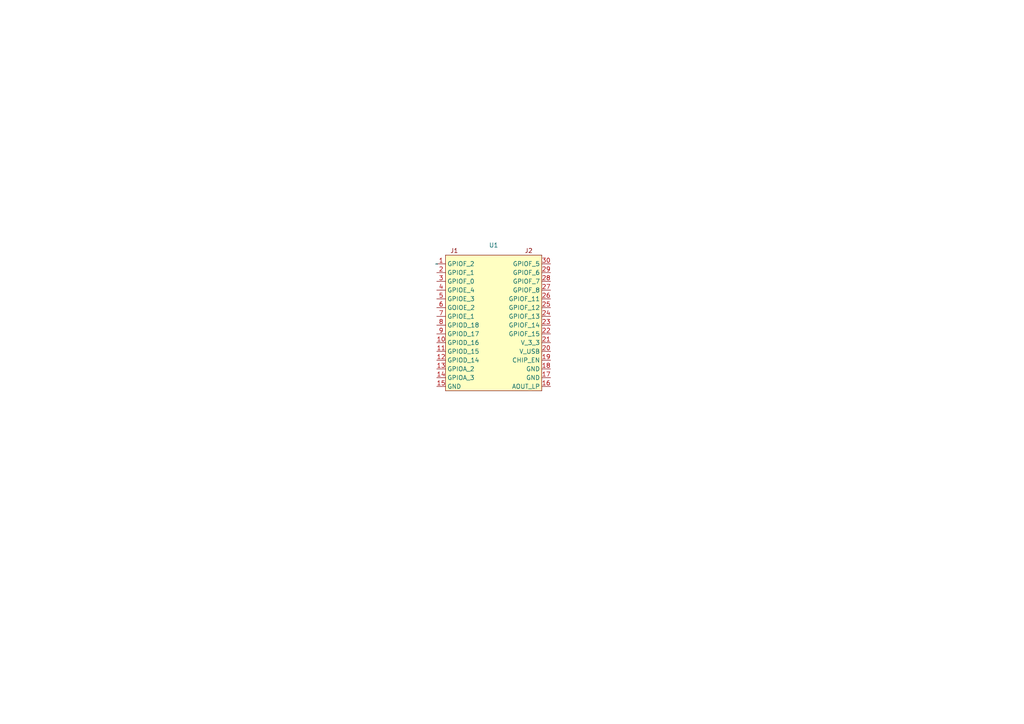
<source format=kicad_sch>
(kicad_sch (version 20230121) (generator eeschema)
  (paper "A4")
  (title_block (title "AmebaPro_MINI") (date "2023-05-16") (rev "1.0 by Oliver0804"))
  (lib_symbols
    (symbol "Realtek:AmebaPro2_Mini"
      (property "Reference" "U?" (at -5.08 3.81 0))
      (symbol "AmebaPro2_Mini_1_1"
        (rectangle (start 2.54 2.54) (end 30.48 -36.83) (fill (type background)))
        (text "J1\n" (at 5.08 3.81 0) (effects (font (size 1.27 1.27))))
        (text "J2\n" (at 26.67 3.81 0) (effects (font (size 1.27 1.27))))
        (pin input line (at 0 0 0) (length 2.54) (name "GPIOF_2") (number "1"))
        (pin input line (at 0 -22.86 0) (length 2.54) (name "GPIOD_16") (number "10"))
        (pin input line (at 0 -25.4 0) (length 2.54) (name "GPIOD_15") (number "11"))
        (pin input line (at 0 -27.94 0) (length 2.54) (name "GPIOD_14") (number "12"))
        (pin input line (at 0 -30.48 0) (length 2.54) (name "GPIOA_2") (number "13"))
        (pin input line (at 0 -33.02 0) (length 2.54) (name "GPIOA_3") (number "14"))
        (pin input line (at 0 -35.56 0) (length 2.54) (name "GND") (number "15"))
        (pin input line (at 33.02 -35.56 180) (length 2.54) (name "AOUT_LP") (number "16"))
        (pin input line (at 33.02 -33.02 180) (length 2.54) (name "GND") (number "17"))
        (pin input line (at 33.02 -30.48 180) (length 2.54) (name "GND") (number "18"))
        (pin input line (at 33.02 -27.94 180) (length 2.54) (name "CHIP_EN") (number "19"))
        (pin input line (at 0 -2.54 0) (length 2.54) (name "GPIOF_1") (number "2"))
        (pin input line (at 33.02 -25.4 180) (length 2.54) (name "V_USB") (number "20"))
        (pin input line (at 33.02 -22.86 180) (length 2.54) (name "V_3_3") (number "21"))
        (pin input line (at 33.02 -20.32 180) (length 2.54) (name "GPIOF_15") (number "22"))
        (pin input line (at 33.02 -17.78 180) (length 2.54) (name "GPIOF_14") (number "23"))
        (pin input line (at 33.02 -15.24 180) (length 2.54) (name "GPIOF_13") (number "24"))
        (pin input line (at 33.02 -12.7 180) (length 2.54) (name "GPIOF_12") (number "25"))
        (pin input line (at 33.02 -10.16 180) (length 2.54) (name "GPIOF_11") (number "26"))
        (pin input line (at 33.02 -7.62 180) (length 2.54) (name "GPIOF_8") (number "27"))
        (pin input line (at 33.02 -5.08 180) (length 2.54) (name "GPIOF_7") (number "28"))
        (pin input line (at 33.02 -2.54 180) (length 2.54) (name "GPIOF_6") (number "29"))
        (pin input line (at 0 -5.08 0) (length 2.54) (name "GPIOF_0") (number "3"))
        (pin input line (at 33.02 0 180) (length 2.54) (name "GPIOF_5") (number "30"))
        (pin input line (at 0 -7.62 0) (length 2.54) (name "GPIOE_4") (number "4"))
        (pin input line (at 0 -10.16 0) (length 2.54) (name "GPIOE_3") (number "5"))
        (pin input line (at 0 -12.7 0) (length 2.54) (name "GOIOE_2") (number "6"))
        (pin input line (at 0 -15.24 0) (length 2.54) (name "GPIOE_1") (number "7"))
        (pin input line (at 0 -17.78 0) (length 2.54) (name "GPIOD_18") (number "8"))
        (pin input line (at 0 -20.32 0) (length 2.54) (name "GPIOD_17") (number "9"))
      )
    )
  )
  (symbol (lib_id "Realtek:AmebaPro2_Mini") (at 126.6698 76.5302 0) (unit 1)
    (property "Reference" "U1" (at 143.1798 71.12 0))
    (property "Value" "~" (at 126.6698 76.5302 0))
    (property "Footprint" "Realtek:AmebaPro2_Mini" (effects hide))
    (property "Datasheet" "https://www.amebaiot.com/zh/amebapro2/" (effects hide))
  )
)
</source>
